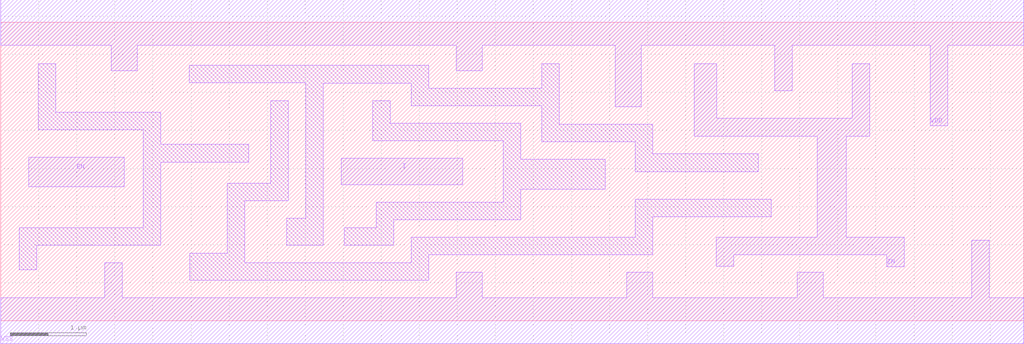
<source format=lef>
# Copyright 2022 GlobalFoundries PDK Authors
#
# Licensed under the Apache License, Version 2.0 (the "License");
# you may not use this file except in compliance with the License.
# You may obtain a copy of the License at
#
#      http://www.apache.org/licenses/LICENSE-2.0
#
# Unless required by applicable law or agreed to in writing, software
# distributed under the License is distributed on an "AS IS" BASIS,
# WITHOUT WARRANTIES OR CONDITIONS OF ANY KIND, either express or implied.
# See the License for the specific language governing permissions and
# limitations under the License.

MACRO gf180mcu_fd_sc_mcu7t5v0__invz_4
  CLASS core ;
  FOREIGN gf180mcu_fd_sc_mcu7t5v0__invz_4 0.0 0.0 ;
  ORIGIN 0 0 ;
  SYMMETRY X Y ;
  SITE GF018hv5v_mcu_sc7 ;
  SIZE 13.44 BY 3.92 ;
  PIN EN
    DIRECTION INPUT ;
    ANTENNAGATEAREA 2.079 ;
    PORT
      LAYER Metal1 ;
        POLYGON 0.37 1.76 1.62 1.76 1.62 2.15 0.37 2.15  ;
    END
  END EN
  PIN I
    DIRECTION INPUT ;
    ANTENNAGATEAREA 1.0395 ;
    PORT
      LAYER Metal1 ;
        POLYGON 4.475 1.79 6.07 1.79 6.07 2.135 4.475 2.135  ;
    END
  END I
  PIN ZN
    DIRECTION OUTPUT ;
    ANTENNADIFFAREA 2.08 ;
    PORT
      LAYER Metal1 ;
        POLYGON 9.11 2.425 9.95 2.425 10.125 2.425 10.73 2.425 10.73 1.1 9.4 1.1 9.4 0.715 9.63 0.715 9.63 0.865 11.64 0.865 11.64 0.71 11.87 0.71 11.87 1.1 11.11 1.1 11.11 2.425 11.42 2.425 11.42 3.38 11.19 3.38 11.19 2.66 10.125 2.66 9.95 2.66 9.41 2.66 9.41 3.38 9.11 3.38  ;
    END
  END ZN
  PIN VDD
    DIRECTION INOUT ;
    USE power ;
    SHAPE ABUTMENT ;
    PORT
      LAYER Metal1 ;
        POLYGON 0 3.62 1.455 3.62 1.455 3.285 1.795 3.285 1.795 3.62 5.985 3.62 5.985 3.285 6.325 3.285 6.325 3.62 8.075 3.62 8.075 2.815 8.415 2.815 8.415 3.62 9.95 3.62 10.125 3.62 10.17 3.62 10.17 3.02 10.4 3.02 10.4 3.62 12.21 3.62 12.21 2.565 12.44 2.565 12.44 3.62 13.44 3.62 13.44 4.22 10.125 4.22 9.95 4.22 0 4.22  ;
    END
  END VDD
  PIN VSS
    DIRECTION INOUT ;
    USE ground ;
    SHAPE ABUTMENT ;
    PORT
      LAYER Metal1 ;
        POLYGON 0 -0.3 13.44 -0.3 13.44 0.3 12.99 0.3 12.99 1.06 12.76 1.06 12.76 0.3 10.805 0.3 10.805 0.635 10.465 0.635 10.465 0.3 8.565 0.3 8.565 0.635 8.225 0.635 8.225 0.3 6.325 0.3 6.325 0.635 5.985 0.635 5.985 0.3 1.595 0.3 1.595 0.76 1.365 0.76 1.365 0.3 0 0.3  ;
    END
  END VSS
  OBS
      LAYER Metal1 ;
        POLYGON 0.49 2.51 1.87 2.51 1.87 1.225 0.245 1.225 0.245 0.67 0.475 0.67 0.475 0.99 2.1 0.99 2.1 2.085 3.26 2.085 3.26 2.32 2.1 2.32 2.1 2.74 0.72 2.74 0.72 3.38 0.49 3.38  ;
        POLYGON 4.89 2.365 6.6 2.365 6.6 1.56 4.935 1.56 4.935 1.22 4.515 1.22 4.515 0.99 5.165 0.99 5.165 1.325 6.83 1.325 6.83 1.73 7.94 1.73 7.94 2.125 6.83 2.125 6.83 2.595 5.12 2.595 5.12 2.89 4.89 2.89  ;
        POLYGON 2.475 3.125 4.01 3.125 4.01 1.345 3.76 1.345 3.76 0.99 4.24 0.99 4.24 3.12 5.395 3.12 5.395 2.825 7.11 2.825 7.11 2.355 8.335 2.355 8.335 1.96 9.95 1.96 9.95 2.195 8.565 2.195 8.565 2.585 7.34 2.585 7.34 3.38 7.11 3.38 7.11 3.055 5.625 3.055 5.625 3.355 2.475 3.355  ;
        POLYGON 2.485 0.53 5.625 0.53 5.625 0.865 8.565 0.865 8.565 1.365 10.125 1.365 10.125 1.595 8.335 1.595 8.335 1.095 5.395 1.095 5.395 0.76 3.205 0.76 3.205 1.575 3.78 1.575 3.78 2.89 3.545 2.89 3.545 1.805 2.975 1.805 2.975 0.885 2.485 0.885  ;
  END
END gf180mcu_fd_sc_mcu7t5v0__invz_4

</source>
